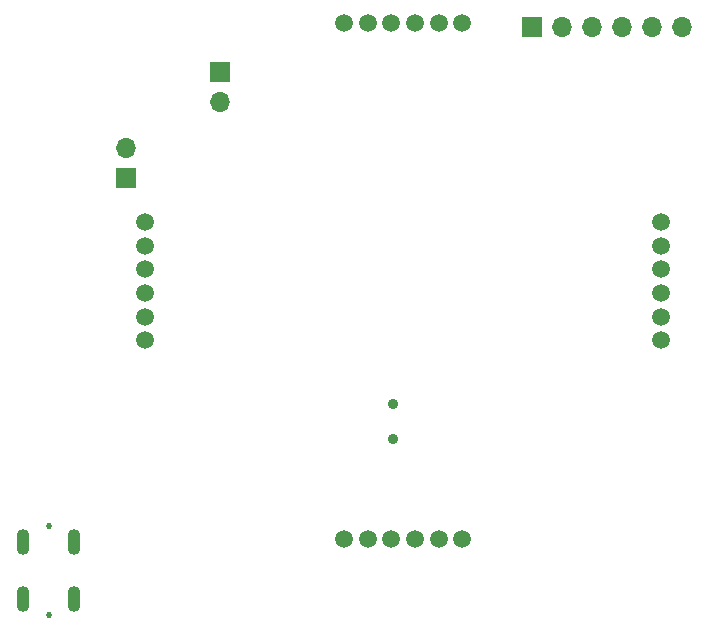
<source format=gbr>
%TF.GenerationSoftware,KiCad,Pcbnew,7.0.7-7.0.7~ubuntu22.04.1*%
%TF.CreationDate,2023-10-06T14:41:20+02:00*%
%TF.ProjectId,ShotClockProject,53686f74-436c-46f6-936b-50726f6a6563,rev?*%
%TF.SameCoordinates,Original*%
%TF.FileFunction,Soldermask,Bot*%
%TF.FilePolarity,Negative*%
%FSLAX46Y46*%
G04 Gerber Fmt 4.6, Leading zero omitted, Abs format (unit mm)*
G04 Created by KiCad (PCBNEW 7.0.7-7.0.7~ubuntu22.04.1) date 2023-10-06 14:41:20*
%MOMM*%
%LPD*%
G01*
G04 APERTURE LIST*
%ADD10R,1.700000X1.700000*%
%ADD11O,1.700000X1.700000*%
%ADD12C,0.520000*%
%ADD13O,1.100000X2.200000*%
%ADD14C,1.500000*%
%ADD15C,0.900000*%
G04 APERTURE END LIST*
D10*
%TO.C,J4*%
X130575000Y-91225000D03*
D11*
X130575000Y-88685000D03*
%TD*%
D12*
%TO.C,J6*%
X124000000Y-128250000D03*
X124000000Y-120750000D03*
D13*
X121850000Y-126900000D03*
X126150000Y-126900000D03*
X121850000Y-122100000D03*
X126150000Y-122100000D03*
%TD*%
D14*
%TO.C,U9*%
X132175000Y-95000000D03*
X132175000Y-97000000D03*
X132175000Y-99000000D03*
X132175000Y-101000000D03*
X132175000Y-103000000D03*
X132175000Y-105000000D03*
%TD*%
D15*
%TO.C,SW2*%
X153150000Y-113400000D03*
X153150000Y-110400000D03*
%TD*%
D14*
%TO.C,U6*%
X159000000Y-78175000D03*
X157000000Y-78175000D03*
X155000000Y-78175000D03*
X153000000Y-78175000D03*
X151000000Y-78175000D03*
X149000000Y-78175000D03*
%TD*%
D10*
%TO.C,J7*%
X138500000Y-82250000D03*
D11*
X138500000Y-84790000D03*
%TD*%
D14*
%TO.C,U8*%
X149000000Y-121825000D03*
X151000000Y-121825000D03*
X153000000Y-121825000D03*
X155000000Y-121825000D03*
X157000000Y-121825000D03*
X159000000Y-121825000D03*
%TD*%
D10*
%TO.C,J1*%
X164904106Y-78500000D03*
D11*
X167444106Y-78500000D03*
X169984106Y-78500000D03*
X172524106Y-78500000D03*
X175064106Y-78500000D03*
X177604106Y-78500000D03*
%TD*%
D14*
%TO.C,U7*%
X175825000Y-105000000D03*
X175825000Y-103000000D03*
X175825000Y-101000000D03*
X175825000Y-99000000D03*
X175825000Y-97000000D03*
X175825000Y-95000000D03*
%TD*%
M02*

</source>
